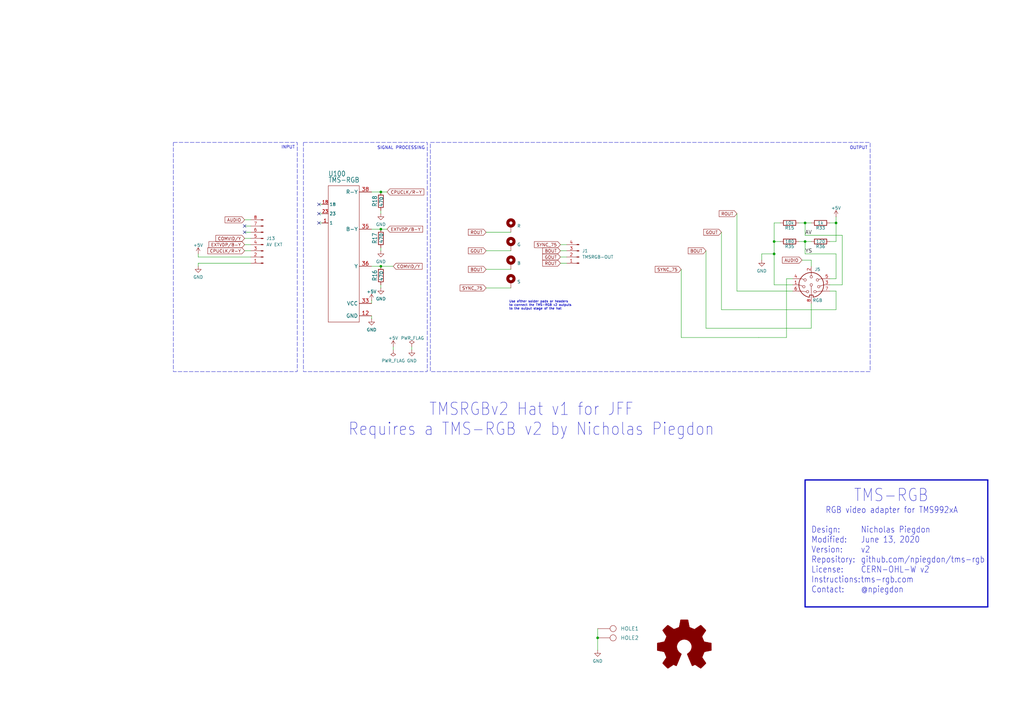
<source format=kicad_sch>
(kicad_sch (version 20250114) (generator "eeschema") (generator_version "9.0")
  (paper "A3")
  (title_block (title "TMSRGBv2 Hat v1 for JFF") (date "2025-07-13") (rev "Build1") (company "Albert Herranz") (comment 1 "CERN-OHL-W v2"))
  (lib_symbols
    (symbol "Connector:Conn_01x04_Pin" (pin_names (offset 1.016) (hide yes))
      (property "Reference" "J" (at 0 5.08 0))
      (property "Value" "Conn_01x04_Pin" (at 0 -7.62 0))
      (symbol "Conn_01x04_Pin_1_1"
        (rectangle (start 0.8636 2.667) (end 0 2.413) (stroke (width 0.1524)) (fill (type outline)))
        (rectangle (start 0.8636 0.127) (end 0 -0.127) (stroke (width 0.1524)) (fill (type outline)))
        (rectangle (start 0.8636 -2.413) (end 0 -2.667) (stroke (width 0.1524)) (fill (type outline)))
        (rectangle (start 0.8636 -4.953) (end 0 -5.207) (stroke (width 0.1524)) (fill (type outline)))
        (polyline (pts (xy 1.27 2.54) (xy 0.8636 2.54)) (stroke (width 0.1524)))
        (polyline (pts (xy 1.27 0) (xy 0.8636 0)) (stroke (width 0.1524)))
        (polyline (pts (xy 1.27 -2.54) (xy 0.8636 -2.54)) (stroke (width 0.1524)))
        (polyline (pts (xy 1.27 -5.08) (xy 0.8636 -5.08)) (stroke (width 0.1524)))
        (pin passive line (at 5.08 2.54 180) (length 3.81) (name "Pin_1") (number "1"))
        (pin passive line (at 5.08 0 180) (length 3.81) (name "Pin_2") (number "2"))
        (pin passive line (at 5.08 -2.54 180) (length 3.81) (name "Pin_3") (number "3"))
        (pin passive line (at 5.08 -5.08 180) (length 3.81) (name "Pin_4") (number "4"))
      )
    )
    (symbol "Connector:Conn_01x08_Pin" (pin_names (offset 1.016) (hide yes))
      (property "Reference" "J" (at 0 10.16 0))
      (property "Value" "Conn_01x08_Pin" (at 0 -12.7 0))
      (symbol "Conn_01x08_Pin_1_1"
        (rectangle (start 0.8636 7.747) (end 0 7.493) (stroke (width 0.1524)) (fill (type outline)))
        (rectangle (start 0.8636 5.207) (end 0 4.953) (stroke (width 0.1524)) (fill (type outline)))
        (rectangle (start 0.8636 2.667) (end 0 2.413) (stroke (width 0.1524)) (fill (type outline)))
        (rectangle (start 0.8636 0.127) (end 0 -0.127) (stroke (width 0.1524)) (fill (type outline)))
        (rectangle (start 0.8636 -2.413) (end 0 -2.667) (stroke (width 0.1524)) (fill (type outline)))
        (rectangle (start 0.8636 -4.953) (end 0 -5.207) (stroke (width 0.1524)) (fill (type outline)))
        (rectangle (start 0.8636 -7.493) (end 0 -7.747) (stroke (width 0.1524)) (fill (type outline)))
        (rectangle (start 0.8636 -10.033) (end 0 -10.287) (stroke (width 0.1524)) (fill (type outline)))
        (polyline (pts (xy 1.27 7.62) (xy 0.8636 7.62)) (stroke (width 0.1524)))
        (polyline (pts (xy 1.27 5.08) (xy 0.8636 5.08)) (stroke (width 0.1524)))
        (polyline (pts (xy 1.27 2.54) (xy 0.8636 2.54)) (stroke (width 0.1524)))
        (polyline (pts (xy 1.27 0) (xy 0.8636 0)) (stroke (width 0.1524)))
        (polyline (pts (xy 1.27 -2.54) (xy 0.8636 -2.54)) (stroke (width 0.1524)))
        (polyline (pts (xy 1.27 -5.08) (xy 0.8636 -5.08)) (stroke (width 0.1524)))
        (polyline (pts (xy 1.27 -7.62) (xy 0.8636 -7.62)) (stroke (width 0.1524)))
        (polyline (pts (xy 1.27 -10.16) (xy 0.8636 -10.16)) (stroke (width 0.1524)))
        (pin passive line (at 5.08 7.62 180) (length 3.81) (name "Pin_1") (number "1"))
        (pin passive line (at 5.08 5.08 180) (length 3.81) (name "Pin_2") (number "2"))
        (pin passive line (at 5.08 2.54 180) (length 3.81) (name "Pin_3") (number "3"))
        (pin passive line (at 5.08 0 180) (length 3.81) (name "Pin_4") (number "4"))
        (pin passive line (at 5.08 -2.54 180) (length 3.81) (name "Pin_5") (number "5"))
        (pin passive line (at 5.08 -5.08 180) (length 3.81) (name "Pin_6") (number "6"))
        (pin passive line (at 5.08 -7.62 180) (length 3.81) (name "Pin_7") (number "7"))
        (pin passive line (at 5.08 -10.16 180) (length 3.81) (name "Pin_8") (number "8"))
      )
    )
    (symbol "Connector:DIN-8" (pin_names (offset 1.016))
      (property "Reference" "J" (at 3.175 5.715 0))
      (property "Value" "DIN-8" (at 2.032 -5.842 0))
      (symbol "DIN-8_0_1"
        (polyline (pts (xy -5.08 2.54) (xy -4.318 2.54) (xy -3.048 2.286)))
        (polyline (pts (xy -5.08 0) (xy -3.556 -0.508)))
        (polyline (pts (xy -5.08 -2.54) (xy -4.318 -2.54) (xy -2.032 -2.794)))
        (circle (center -3.048 -0.762) (radius 0.508))
        (circle (center -2.54 2.032) (radius 0.508))
        (circle (center -1.524 -2.794) (radius 0.508))
        (polyline (pts (xy -0.762 -4.953) (xy -0.762 -4.191) (xy 0.762 -4.191) (xy 0.762 -4.953)) (stroke (width 0.254)))
        (arc (start 5.08 0) (mid 3.8673 -3.3444) (end 0.762 -5.08) (stroke (width 0.254)))
        (polyline (pts (xy 0 5.08) (xy 0 3.81)))
        (circle (center 0 3.302) (radius 0.508))
        (circle (center 0 0) (radius 0.508))
        (arc (start -5.08 0) (mid 0 5.0579) (end 5.08 0) (stroke (width 0.254)))
        (polyline (pts (xy 0 -0.508) (xy 0 -5.08)))
        (arc (start -0.762 -5.08) (mid -3.8597 -3.3379) (end -5.08 0) (stroke (width 0.254)))
        (circle (center 1.524 -2.794) (radius 0.508))
        (circle (center 2.54 2.032) (radius 0.508))
        (circle (center 3.048 -0.762) (radius 0.508))
        (polyline (pts (xy 5.08 2.54) (xy 4.318 2.54) (xy 3.048 2.286)))
        (polyline (pts (xy 5.08 0) (xy 3.556 -0.508)))
        (polyline (pts (xy 5.08 -2.54) (xy 4.318 -2.54) (xy 2.032 -2.794)))
      )
      (symbol "DIN-8_1_1"
        (pin passive line (at -7.62 2.54 0) (length 2.54) (name "~") (number "4"))
        (pin passive line (at -7.62 0 0) (length 2.54) (name "~") (number "1"))
        (pin passive line (at -7.62 -2.54 0) (length 2.54) (name "~") (number "6"))
        (pin passive line (at 0 7.62 270) (length 2.54) (name "~") (number "2"))
        (pin passive line (at 0 -7.62 90) (length 2.54) (name "~") (number "8"))
        (pin passive line (at 7.62 2.54 180) (length 2.54) (name "~") (number "5"))
        (pin passive line (at 7.62 0 180) (length 2.54) (name "~") (number "3"))
        (pin passive line (at 7.62 -2.54 180) (length 2.54) (name "~") (number "7"))
      )
    )
    (symbol "Device:R" (pin_numbers (hide yes)) (pin_names (offset 0))
      (property "Reference" "R" (at 2.032 0 90))
      (property "Value" "R" (at 0 0 90))
      (symbol "R_0_1"
        (rectangle (start -1.016 -2.54) (end 1.016 2.54) (stroke (width 0.254)))
      )
      (symbol "R_1_1"
        (pin passive line (at 0 3.81 270) (length 1.27) (name "~") (number "1"))
        (pin passive line (at 0 -3.81 90) (length 1.27) (name "~") (number "2"))
      )
    )
    (symbol "Graphic:Logo_Open_Hardware_Large" (in_bom no) (on_board no)
      (symbol "Logo_Open_Hardware_Large_1_1"
        (polyline (pts (xy 6.731 -8.7122) (xy 6.6294 -8.6614) (xy 6.35 -8.4836) (xy 5.9944 -8.255) (xy 5.5372 -7.9502) (xy 5.1054 -7.6454) (xy 4.7498 -7.4168) (xy 4.4958 -7.239) (xy 4.3942 -7.1882) (xy 4.318 -7.2136) (xy 4.1148 -7.3152) (xy 3.81 -7.4676) (xy 3.6322 -7.5692) (xy 3.3528 -7.6708) (xy 3.2258 -7.6962) (xy 3.2004 -7.6708) (xy 3.0988 -7.4676) (xy 2.9464 -7.0866) (xy 2.7178 -6.604) (xy 2.4892 -6.0452) (xy 2.2352 -5.4356) (xy 1.9558 -4.826) (xy 1.7272 -4.2164) (xy 1.4986 -3.683) (xy 1.3208 -3.2512) (xy 1.2192 -2.9464) (xy 1.1684 -2.8194) (xy 1.1938 -2.794) (xy 1.3208 -2.667) (xy 1.5748 -2.4892) (xy 2.0828 -2.0574) (xy 2.6162 -1.397) (xy 2.921 -0.6604) (xy 3.048 0.1524) (xy 2.9464 0.9144) (xy 2.6416 1.6256) (xy 2.1336 2.286) (xy 1.524 2.7686) (xy 0.8128 3.0734) (xy 0 3.175) (xy -0.762 3.0988) (xy -1.4986 2.794) (xy -2.159 2.286) (xy -2.4384 1.9812) (xy -2.8194 1.3208) (xy -3.048 0.6096) (xy -3.0734 0.4318) (xy -3.0226 -0.3556) (xy -2.794 -1.0922) (xy -2.3876 -1.7526) (xy -1.8288 -2.3114) (xy -1.7526 -2.3622) (xy -1.4732 -2.5654) (xy -1.2954 -2.6924) (xy -1.1684 -2.8194) (xy -2.159 -5.207) (xy -2.3114 -5.588) (xy -2.5908 -6.2484) (xy -2.8194 -6.8072) (xy -3.0226 -7.2644) (xy -3.1496 -7.5692) (xy -3.2258 -7.6708) (xy -3.2258 -7.6962) (xy -3.302 -7.6962) (xy -3.4798 -7.6454) (xy -3.8354 -7.4676) (xy -4.0386 -7.366) (xy -4.2926 -7.239) (xy -4.4196 -7.1882) (xy -4.5212 -7.239) (xy -4.7498 -7.3914) (xy -5.1054 -7.6454) (xy -5.5372 -7.9248) (xy -5.9436 -8.2042) (xy -6.3246 -8.4582) (xy -6.604 -8.636) (xy -6.731 -8.7122) (xy -6.7564 -8.7122) (xy -6.858 -8.636) (xy -7.0866 -8.4582) (xy -7.4168 -8.1534) (xy -7.874 -7.6962) (xy -7.9502 -7.62) (xy -8.3312 -7.239) (xy -8.636 -6.9088) (xy -8.8392 -6.6802) (xy -8.9154 -6.5786) (xy -8.9154 -6.5786) (xy -8.8392 -6.4516) (xy -8.6614 -6.1722) (xy -8.4328 -5.7912) (xy -8.128 -5.3594) (xy -7.3152 -4.191) (xy -7.7724 -3.0988) (xy -7.8994 -2.7686) (xy -8.0772 -2.3622) (xy -8.2042 -2.0828) (xy -8.255 -1.9558) (xy -8.382 -1.905) (xy -8.6614 -1.8542) (xy -9.0932 -1.7526) (xy -9.6266 -1.651) (xy -10.1092 -1.5748) (xy -10.541 -1.4732) (xy -10.8712 -1.4224) (xy -11.0236 -1.397) (xy -11.049 -1.3716) (xy -11.0744 -1.2954) (xy -11.0998 -1.143) (xy -11.0998 -0.889) (xy -11.1252 -0.4572) (xy -11.1252 0.1524) (xy -11.1252 0.2286) (xy -11.0998 0.8128) (xy -11.0998 1.27) (xy -11.0744 1.5494) (xy -11.0744 1.6764) (xy -11.0744 1.6764) (xy -10.922 1.7018) (xy -10.6172 1.778) (xy -10.16 1.8542) (xy -9.652 1.9558) (xy -9.6012 1.9812) (xy -9.0932 2.0828) (xy -8.636 2.159) (xy -8.3312 2.2352) (xy -8.2042 2.286) (xy -8.1788 2.3114) (xy -8.0772 2.5146) (xy -7.9248 2.8448) (xy -7.747 3.2512) (xy -7.5692 3.6576) (xy -7.4168 4.0386) (xy -7.3152 4.318) (xy -7.2898 4.445) (xy -7.2898 4.445) (xy -7.366 4.572) (xy -7.5438 4.826) (xy -7.7978 5.207) (xy -8.128 5.6642) (xy -8.128 5.6896) (xy -8.4328 6.1468) (xy -8.6868 6.5278) (xy -8.8392 6.7818) (xy -8.9154 6.9088) (xy -8.9154 6.9088) (xy -8.8138 7.0358) (xy -8.5852 7.2898) (xy -8.255 7.6454) (xy -7.874 8.0264) (xy -7.747 8.1534) (xy -7.3152 8.5852) (xy -7.0104 8.8646) (xy -6.8326 8.9916) (xy -6.731 9.0424) (xy -6.731 9.0424) (xy -6.604 8.9408) (xy -6.3246 8.763) (xy -5.9436 8.509) (xy -5.4864 8.2042) (xy -5.461 8.1788) (xy -5.0038 7.874) (xy -4.6482 7.62) (xy -4.3688 7.4422) (xy -4.2672 7.3914) (xy -4.2418 7.3914) (xy -4.064 7.4422) (xy -3.7338 7.5438) (xy -3.3528 7.6962) (xy -2.9464 7.874) (xy -2.5654 8.0264) (xy -2.286 8.1534) (xy -2.159 8.2296) (xy -2.159 8.2296) (xy -2.1082 8.382) (xy -2.032 8.7122) (xy -1.9304 9.1694) (xy -1.8288 9.7282) (xy -1.8034 9.8044) (xy -1.7018 10.3378) (xy -1.6256 10.7696) (xy -1.5748 11.0744) (xy -1.524 11.2014) (xy -1.4478 11.2268) (xy -1.1938 11.2522) (xy -0.8128 11.2522) (xy -0.3302 11.2522) (xy 0.1524 11.2522) (xy 0.6604 11.2522) (xy 1.0668 11.2268) (xy 1.3716 11.2014) (xy 1.4986 11.176) (xy 1.4986 11.176) (xy 1.5494 11.0236) (xy 1.6256 10.6934) (xy 1.7018 10.2108) (xy 1.8288 9.6774) (xy 1.8288 9.5758) (xy 1.9304 9.0424) (xy 2.032 8.6106) (xy 2.0828 8.3058) (xy 2.1336 8.2042) (xy 2.159 8.1788) (xy 2.3876 8.0772) (xy 2.7432 7.9248) (xy 3.175 7.747) (xy 4.191 7.3406) (xy 5.461 8.2042) (xy 5.5626 8.2804) (xy 6.0198 8.5852) (xy 6.3754 8.8392) (xy 6.6294 8.9916) (xy 6.7564 9.0424) (xy 6.7564 9.0424) (xy 6.8834 8.9408) (xy 7.1374 8.7122) (xy 7.4676 8.382) (xy 7.8486 7.9756) (xy 8.1534 7.6962) (xy 8.4836 7.3406) (xy 8.7122 7.112) (xy 8.8392 6.9596) (xy 8.8646 6.858) (xy 8.8646 6.8072) (xy 8.7884 6.6802) (xy 8.6106 6.4008) (xy 8.3312 6.0198) (xy 8.0264 5.588) (xy 7.7978 5.207) (xy 7.5184 4.8006) (xy 7.3406 4.4958) (xy 7.2898 4.3434) (xy 7.2898 4.2926) (xy 7.3914 4.0386) (xy 7.5184 3.683) (xy 7.7216 3.2258) (xy 8.1534 2.2352) (xy 8.7884 2.1082) (xy 9.1948 2.0574) (xy 9.7536 1.9304) (xy 10.2616 1.8288) (xy 11.0998 1.6764) (xy 11.1252 -1.3208) (xy 10.9982 -1.3716) (xy 10.8712 -1.397) (xy 10.5664 -1.4732) (xy 10.1346 -1.5494) (xy 9.6266 -1.651) (xy 9.1948 -1.7272) (xy 8.7376 -1.8288) (xy 8.4328 -1.8796) (xy 8.2804 -1.905) (xy 8.255 -1.9558) (xy 8.1534 -2.159) (xy 7.9756 -2.5146) (xy 7.8232 -2.921) (xy 7.6454 -3.3274) (xy 7.493 -3.7338) (xy 7.366 -4.0132) (xy 7.3406 -4.191) (xy 7.3914 -4.2926) (xy 7.5692 -4.5466) (xy 7.7978 -4.9276) (xy 8.1026 -5.3594) (xy 8.4074 -5.7912) (xy 8.6614 -6.1722) (xy 8.8138 -6.4262) (xy 8.89 -6.5532) (xy 8.8646 -6.6548) (xy 8.6868 -6.858) (xy 8.3566 -7.1882) (xy 7.874 -7.6708) (xy 7.7978 -7.747) (xy 7.3914 -8.128) (xy 7.0612 -8.4328) (xy 6.8326 -8.636) (xy 6.731 -8.7122)) (fill (type outline)))
      )
    )
    (symbol "Mechanical:MountingHole_Pad" (pin_numbers (hide yes)) (pin_names (offset 1.016) (hide yes)) (in_bom no)
      (property "Reference" "H" (at 0 6.35 0))
      (property "Value" "MountingHole_Pad" (at 0 4.445 0))
      (symbol "MountingHole_Pad_0_1"
        (circle (center 0 1.27) (radius 1.27) (stroke (width 1.27)))
      )
      (symbol "MountingHole_Pad_1_1"
        (pin input line (at 0 -2.54 90) (length 2.54) (name "1") (number "1"))
      )
    )
    (symbol "my_components:HOLE" (pin_numbers (hide yes)) (pin_names (offset 1.016) (hide yes))
      (property "Reference" "HOLE" (at 2.54 0 0))
      (symbol "HOLE_0_1"
        (circle (center 0 0) (radius 1.27))
      )
      (symbol "HOLE_1_1"
        (pin input line (at -6.35 0 0) (length 5.08) (name "~") (number "1"))
      )
    )
    (symbol "power:+5V" (power) (pin_numbers (hide yes)) (pin_names (offset 0) (hide yes))
      (property "Value" "+5V" (at 0 3.556 0))
      (symbol "+5V_0_1"
        (polyline (pts (xy -0.762 1.27) (xy 0 2.54)))
        (polyline (pts (xy 0 2.54) (xy 0.762 1.27)))
        (polyline (pts (xy 0 0) (xy 0 2.54)))
      )
      (symbol "+5V_1_1"
        (pin power_in line (at 0 0 90) (length 0) (name "~") (number "1"))
      )
    )
    (symbol "power:GND" (power) (pin_numbers (hide yes)) (pin_names (offset 0) (hide yes))
      (property "Value" "GND" (at 0 -3.81 0))
      (symbol "GND_0_1"
        (polyline (pts (xy 0 0) (xy 0 -1.27) (xy 1.27 -1.27) (xy 0 -2.54) (xy -1.27 -1.27) (xy 0 -1.27)))
      )
      (symbol "GND_1_1"
        (pin power_in line (at 0 0 270) (length 0) (name "~") (number "1"))
      )
    )
    (symbol "power:PWR_FLAG" (power) (pin_numbers (hide yes)) (pin_names (offset 0) (hide yes))
      (property "Value" "PWR_FLAG" (at 0 3.81 0))
      (symbol "PWR_FLAG_0_0"
        (pin power_out line (at 0 0 90) (length 0) (name "~") (number "1"))
      )
      (symbol "PWR_FLAG_0_1"
        (polyline (pts (xy 0 0) (xy 0 1.27) (xy -1.016 1.905) (xy 0 2.54) (xy 1.016 1.905) (xy 0 1.27)))
      )
    )
    (symbol "tms-rgb-eagle-import:TMS992XA"
      (symbol "TMS992XA_1_0"
        (polyline (pts (xy 0 0) (xy 0 -55.88)) (stroke (width 0.1524)))
        (polyline (pts (xy 0 -55.88) (xy 12.7 -55.88)) (stroke (width 0.1524)))
        (polyline (pts (xy 12.7 0) (xy 0 0)) (stroke (width 0.1524)))
        (polyline (pts (xy 12.7 -55.88) (xy 12.7 0)) (stroke (width 0.1524)))
        (pin output line (at 17.78 -2.54 180) (length 5.08) (name "R-Y") (number "38"))
        (pin output line (at 17.78 -17.78 180) (length 5.08) (name "B-Y") (number "35"))
        (pin output line (at 17.78 -33.02 180) (length 5.08) (name "Y") (number "36"))
        (pin power_in line (at 17.78 -48.26 180) (length 5.08) (name "VCC") (number "33"))
        (pin power_in line (at 17.78 -53.34 180) (length 5.08) (name "GND") (number "12"))
      )
      (symbol "TMS992XA_1_1"
        (pin free line (at -2.54 -7.62 0) (length 2.54) (name "18") (number "18"))
        (pin free line (at -2.54 -11.43 0) (length 2.54) (name "23") (number "23"))
        (pin free line (at -2.54 -15.24 0) (length 2.54) (name "1") (number "1"))
      )
    )
  )
  (rectangle (start 124.46 58.42) (end 175.26 152.4) (stroke (width 0) (type dash)))
  (rectangle (start 176.53 58.42) (end 356.87 152.4) (stroke (width 0) (type dash)))
  (rectangle (start 71.12 58.42) (end 121.92 152.4) (stroke (width 0) (type dash)))
  (text "TMS-RGB" (at 365.506 206.248 0) (effects (font (size 5.08 4.318)) (justify bottom)))
  (text "${TITLE}\nRequires a TMS-RGB v2 by Nicholas Piegdon" (at 217.932 179.07 0) (effects (font (size 5.08 4.318)) (justify bottom)))
  (text "RGB video adapter for TMS992xA" (at 365.76 210.82 0) (effects (font (size 2.54 2.159)) (justify bottom)))
  (text "Use either solder pads or headers\nto connect the TMS-RGB v2 outputs\nto the output stage of the hat" (at 208.788 127.254 0) (effects (font (size 0.9144 0.9144)) (justify left bottom)))
  (text "Design:\nModified:\nVersion:\nRepository:\nLicense:\nInstructions:\nContact:" (at 332.74 215.9 0) (effects (font (size 2.54 2.159)) (justify left top)))
  (text "SIGNAL PROCESSING" (at 154.686 61.468 0) (effects (font (size 1.27 1.27)) (justify left bottom)))
  (text "OUTPUT" (at 348.488 61.468 0) (effects (font (size 1.27 1.27)) (justify left bottom)))
  (text "Nicholas Piegdon\nJune 13, 2020\nv2\ngithub.com/npiegdon/tms-rgb\nCERN-OHL-W v2\ntms-rgb.com\n@npiegdon" (at 353.06 215.9 0) (effects (font (size 2.54 2.159)) (justify left top)))
  (text "INPUT" (at 115.316 61.214 0) (effects (font (size 1.27 1.27)) (justify left bottom)))
  (junction (at 317.5 104.14))
  (junction (at 330.2 99.06))
  (junction (at 245.11 261.62))
  (junction (at 342.9 91.44))
  (junction (at 156.21 78.74))
  (junction (at 156.21 93.98))
  (junction (at 330.2 91.44))
  (junction (at 317.5 99.06))
  (junction (at 156.21 109.22))
  (no_connect (at 100.33 92.71))
  (no_connect (at 130.81 87.63))
  (no_connect (at 100.33 95.25))
  (no_connect (at 130.81 91.44))
  (no_connect (at 130.81 83.82))
  (wire (pts (xy 332.74 106.68) (xy 332.74 109.22)))
  (wire (pts (xy 158.75 78.74) (xy 156.21 78.74)))
  (wire (pts (xy 302.26 87.63) (xy 302.26 119.38)) (stroke (width 0.1524)))
  (wire (pts (xy 340.36 114.3) (xy 342.9 114.3)))
  (wire (pts (xy 81.28 105.41) (xy 102.87 105.41)))
  (polyline (pts (xy 405.13 248.92) (xy 405.13 196.85)) (stroke (width 0.508) (type solid)))
  (wire (pts (xy 317.5 116.84) (xy 317.5 104.14)))
  (wire (pts (xy 229.87 100.33) (xy 232.41 100.33)))
  (wire (pts (xy 229.87 105.41) (xy 232.41 105.41)))
  (wire (pts (xy 342.9 91.44) (xy 342.9 99.06)))
  (wire (pts (xy 152.4 109.22) (xy 156.21 109.22)))
  (wire (pts (xy 311.15 138.43) (xy 322.58 138.43)))
  (wire (pts (xy 345.44 116.84) (xy 345.44 96.52)))
  (wire (pts (xy 327.66 99.06) (xy 330.2 99.06)))
  (wire (pts (xy 81.28 107.95) (xy 81.28 109.22)))
  (wire (pts (xy 330.2 104.14) (xy 342.9 104.14)))
  (wire (pts (xy 161.29 143.51) (xy 161.29 142.24)))
  (wire (pts (xy 81.28 105.41) (xy 81.28 104.14)))
  (wire (pts (xy 279.4 138.43) (xy 311.15 138.43)) (stroke (width 0.1524)))
  (wire (pts (xy 330.2 96.52) (xy 330.2 91.44)))
  (wire (pts (xy 295.91 127) (xy 295.91 95.25)))
  (wire (pts (xy 312.42 104.14) (xy 312.42 106.68)))
  (wire (pts (xy 328.93 106.68) (xy 332.74 106.68)))
  (wire (pts (xy 322.58 114.3) (xy 322.58 138.43)))
  (wire (pts (xy 100.33 92.71) (xy 102.87 92.71)))
  (wire (pts (xy 100.33 95.25) (xy 102.87 95.25)))
  (wire (pts (xy 199.39 110.49) (xy 209.55 110.49)))
  (wire (pts (xy 317.5 104.14) (xy 312.42 104.14)))
  (wire (pts (xy 156.21 101.6) (xy 156.21 102.87)))
  (wire (pts (xy 152.4 130.81) (xy 152.4 129.54)))
  (wire (pts (xy 100.33 97.79) (xy 102.87 97.79)))
  (wire (pts (xy 130.81 91.44) (xy 132.08 91.44)))
  (wire (pts (xy 130.81 87.63) (xy 132.08 87.63)))
  (wire (pts (xy 342.9 119.38) (xy 342.9 127)))
  (wire (pts (xy 289.56 134.62) (xy 289.56 102.87)))
  (wire (pts (xy 340.36 99.06) (xy 342.9 99.06)))
  (wire (pts (xy 320.04 91.44) (xy 317.5 91.44)))
  (wire (pts (xy 156.21 109.22) (xy 161.29 109.22)))
  (wire (pts (xy 156.21 86.36) (xy 156.21 87.63)))
  (wire (pts (xy 156.21 93.98) (xy 152.4 93.98)))
  (polyline (pts (xy 330.2 248.92) (xy 405.13 248.92)) (stroke (width 0.508) (type solid)))
  (wire (pts (xy 199.39 102.87) (xy 209.55 102.87)))
  (wire (pts (xy 199.39 118.11) (xy 209.55 118.11)))
  (wire (pts (xy 345.44 96.52) (xy 330.2 96.52)))
  (wire (pts (xy 156.21 78.74) (xy 152.4 78.74)))
  (wire (pts (xy 245.11 257.81) (xy 245.11 261.62)))
  (wire (pts (xy 245.11 261.62) (xy 245.11 266.7)))
  (wire (pts (xy 130.81 83.82) (xy 132.08 83.82)))
  (wire (pts (xy 320.04 99.06) (xy 317.5 99.06)))
  (wire (pts (xy 81.28 107.95) (xy 102.87 107.95)))
  (wire (pts (xy 100.33 90.17) (xy 102.87 90.17)))
  (wire (pts (xy 100.33 102.87) (xy 102.87 102.87)))
  (wire (pts (xy 289.56 134.62) (xy 332.74 134.62)))
  (wire (pts (xy 317.5 99.06) (xy 317.5 104.14)))
  (wire (pts (xy 302.26 119.38) (xy 325.12 119.38)))
  (wire (pts (xy 229.87 102.87) (xy 232.41 102.87)))
  (wire (pts (xy 340.36 116.84) (xy 345.44 116.84)))
  (wire (pts (xy 330.2 99.06) (xy 332.74 99.06)))
  (wire (pts (xy 158.75 93.98) (xy 156.21 93.98)))
  (wire (pts (xy 295.91 127) (xy 342.9 127)))
  (wire (pts (xy 325.12 114.3) (xy 322.58 114.3)))
  (wire (pts (xy 330.2 91.44) (xy 327.66 91.44)))
  (wire (pts (xy 317.5 91.44) (xy 317.5 99.06)))
  (wire (pts (xy 340.36 91.44) (xy 342.9 91.44)))
  (wire (pts (xy 330.2 91.44) (xy 332.74 91.44)))
  (wire (pts (xy 342.9 88.9) (xy 342.9 91.44)))
  (polyline (pts (xy 330.2 196.85) (xy 330.2 248.92)) (stroke (width 0.508) (type solid)))
  (wire (pts (xy 279.4 110.49) (xy 279.4 138.43)) (stroke (width 0.1524)))
  (wire (pts (xy 330.2 99.06) (xy 330.2 104.14)))
  (wire (pts (xy 342.9 104.14) (xy 342.9 114.3)))
  (wire (pts (xy 340.36 119.38) (xy 342.9 119.38)))
  (polyline (pts (xy 405.13 196.85) (xy 330.2 196.85)) (stroke (width 0.508) (type solid)))
  (wire (pts (xy 325.12 116.84) (xy 317.5 116.84)))
  (wire (pts (xy 156.21 116.84) (xy 156.21 118.11)))
  (wire (pts (xy 332.74 124.46) (xy 332.74 134.62)))
  (wire (pts (xy 168.91 142.24) (xy 168.91 143.51)))
  (wire (pts (xy 199.39 95.25) (xy 209.55 95.25)))
  (wire (pts (xy 152.4 123.19) (xy 152.4 124.46)))
  (wire (pts (xy 232.41 107.95) (xy 229.87 107.95)))
  (wire (pts (xy 100.33 100.33) (xy 102.87 100.33)))
  (label "AV" (at 330.2 96.52 0) (effects (font (size 1.524 1.524))))
  (label "YS" (at 330.2 104.14 0) (effects (font (size 1.524 1.524))))
  (global_label "SYNC_75" (shape input) (at 229.87 100.33 180) (property "Intersheetrefs" "${INTERSHEET_REFS}" (effects (hide yes))))
  (global_label "SYNC_75" (shape input) (at 199.39 118.11 180) (property "Intersheetrefs" "${INTERSHEET_REFS}" (effects (hide yes))))
  (global_label "AUDIO" (shape input) (at 328.93 106.68 180) (property "Intersheetrefs" "${INTERSHEET_REFS}" (effects (hide yes))))
  (global_label "BOUT" (shape input) (at 229.87 102.87 180) (property "Intersheetrefs" "${INTERSHEET_REFS}" (effects (hide yes))))
  (global_label "COMVID{slash}Y" (shape input) (at 100.33 97.79 180) (property "Intersheetrefs" "${INTERSHEET_REFS}" (effects (hide yes))))
  (global_label "EXTVDP{slash}B-Y" (shape input) (at 100.33 100.33 180) (property "Intersheetrefs" "${INTERSHEET_REFS}" (effects (hide yes))))
  (global_label "ROUT" (shape input) (at 199.39 95.25 180) (property "Intersheetrefs" "${INTERSHEET_REFS}" (effects (hide yes))))
  (global_label "GOUT" (shape input) (at 295.91 95.25 180) (property "Intersheetrefs" "${INTERSHEET_REFS}" (effects (hide yes))))
  (global_label "COMVID{slash}Y" (shape input) (at 161.29 109.22 0) (property "Intersheetrefs" "${INTERSHEET_REFS}" (effects (hide yes))))
  (global_label "AUDIO" (shape input) (at 100.33 90.17 180) (property "Intersheetrefs" "${INTERSHEET_REFS}" (effects (hide yes))))
  (global_label "ROUT" (shape input) (at 229.87 107.95 180) (property "Intersheetrefs" "${INTERSHEET_REFS}" (effects (hide yes))))
  (global_label "SYNC_75" (shape input) (at 279.4 110.49 180) (property "Intersheetrefs" "${INTERSHEET_REFS}" (effects (hide yes))))
  (global_label "ROUT" (shape input) (at 302.26 87.63 180) (property "Intersheetrefs" "${INTERSHEET_REFS}" (effects (hide yes))))
  (global_label "GOUT" (shape input) (at 199.39 102.87 180) (property "Intersheetrefs" "${INTERSHEET_REFS}" (effects (hide yes))))
  (global_label "GOUT" (shape input) (at 229.87 105.41 180) (property "Intersheetrefs" "${INTERSHEET_REFS}" (effects (hide yes))))
  (global_label "EXTVDP{slash}B-Y" (shape input) (at 158.75 93.98 0) (property "Intersheetrefs" "${INTERSHEET_REFS}" (effects (hide yes))))
  (global_label "CPUCLK{slash}R-Y" (shape input) (at 158.75 78.74 0) (property "Intersheetrefs" "${INTERSHEET_REFS}" (effects (hide yes))))
  (global_label "BOUT" (shape input) (at 289.56 102.87 180) (property "Intersheetrefs" "${INTERSHEET_REFS}" (effects (hide yes))))
  (global_label "CPUCLK{slash}R-Y" (shape input) (at 100.33 102.87 180) (property "Intersheetrefs" "${INTERSHEET_REFS}" (effects (hide yes))))
  (global_label "BOUT" (shape input) (at 199.39 110.49 180) (property "Intersheetrefs" "${INTERSHEET_REFS}" (effects (hide yes))))
  (symbol (lib_id "Device:R") (at 336.55 91.44 90) (mirror x) (unit 1)
    (property "Reference" "R33" (at 336.55 93.472 90))
    (property "Value" "1k" (at 336.55 91.44 90))
    (property "Footprint" "Resistor_SMD:R_0805_2012Metric_Pad1.20x1.40mm_HandSolder" (effects (hide yes)))
  )
  (symbol (lib_id "Device:R") (at 323.85 99.06 90) (mirror x) (unit 1)
    (property "Reference" "R35" (at 323.85 101.092 90))
    (property "Value" "180" (at 323.85 99.06 90))
    (property "Footprint" "Resistor_SMD:R_0805_2012Metric_Pad1.20x1.40mm_HandSolder" (effects (hide yes)))
  )
  (symbol (lib_id "Device:R") (at 336.55 99.06 90) (mirror x) (unit 1)
    (property "Reference" "R36" (at 336.55 101.092 90))
    (property "Value" "120" (at 336.55 99.06 90))
    (property "Footprint" "Resistor_SMD:R_0805_2012Metric_Pad1.20x1.40mm_HandSolder" (effects (hide yes)))
  )
  (symbol (lib_id "Connector:DIN-8") (at 332.74 116.84 0) (unit 1)
    (property "Reference" "J5" (at 335.28 110.49 0))
    (property "Value" "RGB" (at 335.28 123.19 0))
    (property "Footprint" "My_Components:DIN8_eu" (effects (hide yes)))
    (property "Datasheet" "http://www.mouser.com/ds/2/18/40_c091_abd_e-75918.pdf" (effects (hide yes)))
  )
  (symbol (lib_id "power:GND") (at 312.42 106.68 0) (unit 1)
    (property "Reference" "#PWR028" (effects (hide yes)))
    (property "Value" "GND" (at 312.42 111.1234 0))
  )
  (symbol (lib_id "power:GND") (at 156.21 102.87 0) (unit 1)
    (property "Reference" "#PWR04" (effects (hide yes)))
    (property "Value" "GND" (at 156.21 107.3134 0))
  )
  (symbol (lib_id "power:GND") (at 156.21 118.11 0) (unit 1)
    (property "Reference" "#PWR06" (effects (hide yes)))
    (property "Value" "GND" (at 156.21 122.5534 0))
  )
  (symbol (lib_id "power:GND") (at 245.11 266.7 0) (unit 1)
    (property "Reference" "#PWR019" (effects (hide yes)))
    (property "Value" "GND" (at 245.11 271.1434 0))
  )
  (symbol (lib_id "power:PWR_FLAG") (at 168.91 142.24 0) (unit 1)
    (property "Reference" "#FLG01" (effects (hide yes)))
    (property "Value" "PWR_FLAG" (at 169.164 138.684 0))
  )
  (symbol (lib_id "my_components:HOLE") (at 251.46 257.81 0) (unit 1)
    (property "Reference" "HOLE1" (at 254.508 257.81 0) (effects (font (size 1.524 1.524)) (justify left)))
    (property "Value" "HOLE" (effects (hide yes)))
    (property "Footprint" "My_Components:Hole_3mm" (effects (hide yes)))
    (property "Description" "Mounting Hole" (effects (hide yes)))
  )
  (symbol (lib_id "power:GND") (at 156.21 87.63 0) (unit 1)
    (property "Reference" "#PWR032" (effects (hide yes)))
    (property "Value" "GND" (at 156.21 92.0734 0))
  )
  (symbol (lib_id "Graphic:Logo_Open_Hardware_Large") (at 280.67 265.43 0) (unit 1) (exclude_from_sim yes) (in_bom no)
    (property "Reference" "SYM1" (effects (hide yes)))
    (property "Value" "Logo_Open_Hardware_Large" (effects (hide yes)))
    (property "Footprint" "Symbol:OSHW-Logo_7.5x8mm_SilkScreen" (effects (hide yes)))
  )
  (symbol (lib_id "power:+5V") (at 342.9 88.9 0) (unit 1)
    (property "Reference" "#PWR029" (effects (hide yes)))
    (property "Value" "+5V" (at 342.9 85.3242 0))
  )
  (symbol (lib_id "power:GND") (at 81.28 109.22 0) (unit 1)
    (property "Reference" "#PWR05" (effects (hide yes)))
    (property "Value" "GND" (at 81.28 113.6634 0))
  )
  (symbol (lib_id "Connector:Conn_01x08_Pin") (at 107.95 100.33 180) (unit 1)
    (property "Reference" "J13" (at 109.22 97.7899 0) (effects (justify right)))
    (property "Value" "AV EXT" (at 109.22 100.3299 0) (effects (justify right)))
    (property "Footprint" "Connector_PinSocket_2.54mm:PinSocket_1x08_P2.54mm_Vertical" (effects (hide yes)))
    (property "Description" "Generic connector, single row, 01x08, script generated" (effects (hide yes)))
  )
  (symbol (lib_id "Device:R") (at 156.21 82.55 180) (unit 1)
    (property "Reference" "R18" (at 154.686 84.836 90) (effects (font (size 1.778 1.5113)) (justify right top)))
    (property "Value" "470" (at 157.226 84.836 90) (effects (font (size 1.397 1.397)) (justify right top)))
    (property "Footprint" "Resistor_SMD:R_0805_2012Metric_Pad1.20x1.40mm_HandSolder" (effects (hide yes)))
    (property "Description" "Resistor" (effects (hide yes)))
  )
  (symbol (lib_id "power:GND") (at 152.4 130.81 0) (unit 1)
    (property "Reference" "#PWR02" (effects (hide yes)))
    (property "Value" "GND" (at 152.4 135.2534 0))
  )
  (symbol (lib_id "Connector:Conn_01x04_Pin") (at 237.49 105.41 180) (unit 1)
    (property "Reference" "J1" (at 238.76 102.8699 0) (effects (justify right)))
    (property "Value" "TMSRGB-OUT" (at 238.76 105.4099 0) (effects (justify right)))
    (property "Footprint" "Connector_JST:JST_XH_B4B-XH-A_1x04_P2.50mm_Vertical" (effects (hide yes)))
    (property "Description" "Generic connector, single row, 01x04, script generated" (effects (hide yes)))
  )
  (symbol (lib_id "power:GND") (at 168.91 143.51 0) (unit 1)
    (property "Reference" "#PWR026" (effects (hide yes)))
    (property "Value" "GND" (at 168.91 147.9534 0))
  )
  (symbol (lib_id "Device:R") (at 156.21 113.03 180) (unit 1)
    (property "Reference" "R16" (at 154.686 115.316 90) (effects (font (size 1.778 1.5113)) (justify right top)))
    (property "Value" "470" (at 157.226 115.316 90) (effects (font (size 1.397 1.397)) (justify right top)))
    (property "Footprint" "Resistor_SMD:R_0805_2012Metric_Pad1.20x1.40mm_HandSolder" (effects (hide yes)))
    (property "Description" "Resistor" (effects (hide yes)))
  )
  (symbol (lib_id "tms-rgb-eagle-import:TMS992XA") (at 134.62 76.2 0) (unit 1)
    (property "Reference" "U100" (at 134.62 72.39 0) (effects (font (size 2.0828 1.7703)) (justify left bottom)))
    (property "Value" "TMS-RGB" (at 134.62 74.93 0) (effects (font (size 2.0828 1.7703)) (justify left bottom)))
    (property "Footprint" "My_Components:TMS992XA" (effects (hide yes)))
    (property "Description" "The useful RGB pins from the TMS9928A/TMS9929A" (effects (hide yes)))
  )
  (symbol (lib_id "power:+5V") (at 81.28 104.14 0) (unit 1)
    (property "Reference" "#PWR03" (effects (hide yes)))
    (property "Value" "+5V" (at 81.28 100.5642 0))
  )
  (symbol (lib_id "Mechanical:MountingHole_Pad") (at 209.55 92.71 0) (unit 1) (in_bom no)
    (property "Reference" "H1" (effects (hide yes)))
    (property "Value" "R" (at 212.09 92.7099 0) (effects (justify left)))
    (property "Footprint" "TestPoint:TestPoint_Pad_3.0x3.0mm" (effects (hide yes)))
    (property "Description" "Mounting Hole with connection" (effects (hide yes)))
  )
  (symbol (lib_id "power:+5V") (at 161.29 142.24 0) (unit 1)
    (property "Reference" "#PWR025" (effects (hide yes)))
    (property "Value" "+5V" (at 161.29 138.6642 0))
  )
  (symbol (lib_id "power:+5V") (at 152.4 123.19 0) (unit 1)
    (property "Reference" "#PWR01" (effects (hide yes)))
    (property "Value" "+5V" (at 152.4 119.6142 0))
  )
  (symbol (lib_id "Device:R") (at 156.21 97.79 180) (unit 1)
    (property "Reference" "R17" (at 154.686 100.076 90) (effects (font (size 1.778 1.5113)) (justify right top)))
    (property "Value" "470" (at 157.226 99.822 90) (effects (font (size 1.397 1.397)) (justify right top)))
    (property "Footprint" "Resistor_SMD:R_0805_2012Metric_Pad1.20x1.40mm_HandSolder" (effects (hide yes)))
    (property "Description" "Resistor" (effects (hide yes)))
  )
  (symbol (lib_id "my_components:HOLE") (at 251.46 261.62 0) (unit 1)
    (property "Reference" "HOLE2" (at 254.508 261.62 0) (effects (font (size 1.524 1.524)) (justify left)))
    (property "Value" "HOLE" (effects (hide yes)))
    (property "Footprint" "My_Components:Hole_3mm" (effects (hide yes)))
    (property "Description" "Mounting Hole" (effects (hide yes)))
  )
  (symbol (lib_id "power:PWR_FLAG") (at 161.29 143.51 180) (unit 1)
    (property "Reference" "#FLG0101" (effects (hide yes)))
    (property "Value" "PWR_FLAG" (at 161.29 147.9534 0))
  )
  (symbol (lib_id "Mechanical:MountingHole_Pad") (at 209.55 115.57 0) (unit 1) (in_bom no)
    (property "Reference" "H4" (effects (hide yes)))
    (property "Value" "S" (at 212.09 115.5699 0) (effects (justify left)))
    (property "Footprint" "TestPoint:TestPoint_Pad_3.0x3.0mm" (effects (hide yes)))
    (property "Description" "Mounting Hole with connection" (effects (hide yes)))
  )
  (symbol (lib_id "Device:R") (at 323.85 91.44 90) (mirror x) (unit 1)
    (property "Reference" "R15" (at 323.85 93.472 90))
    (property "Value" "10k" (at 323.85 91.44 90))
    (property "Footprint" "Resistor_SMD:R_0805_2012Metric_Pad1.20x1.40mm_HandSolder" (effects (hide yes)))
  )
  (symbol (lib_id "Mechanical:MountingHole_Pad") (at 209.55 100.33 0) (unit 1) (in_bom no)
    (property "Reference" "H2" (effects (hide yes)))
    (property "Value" "G" (at 212.09 100.3299 0) (effects (justify left)))
    (property "Footprint" "TestPoint:TestPoint_Pad_3.0x3.0mm" (effects (hide yes)))
    (property "Description" "Mounting Hole with connection" (effects (hide yes)))
  )
  (symbol (lib_id "Mechanical:MountingHole_Pad") (at 209.55 107.95 0) (unit 1) (in_bom no)
    (property "Reference" "H3" (effects (hide yes)))
    (property "Value" "B" (at 212.09 107.9499 0) (effects (justify left)))
    (property "Footprint" "TestPoint:TestPoint_Pad_3.0x3.0mm" (effects (hide yes)))
    (property "Description" "Mounting Hole with connection" (effects (hide yes)))
  )
)
</source>
